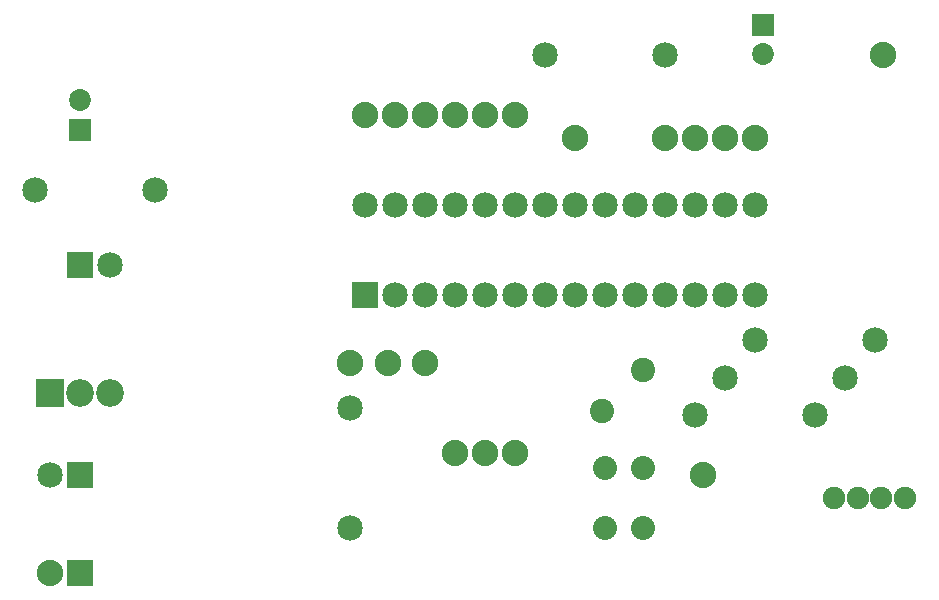
<source format=gbs>
G04 MADE WITH FRITZING*
G04 WWW.FRITZING.ORG*
G04 DOUBLE SIDED*
G04 HOLES PLATED*
G04 CONTOUR ON CENTER OF CONTOUR VECTOR*
%ASAXBY*%
%FSLAX23Y23*%
%MOIN*%
%OFA0B0*%
%SFA1.0B1.0*%
%ADD10C,0.085000*%
%ADD11C,0.088000*%
%ADD12C,0.072992*%
%ADD13C,0.092000*%
%ADD14C,0.080925*%
%ADD15C,0.080866*%
%ADD16C,0.080000*%
%ADD17C,0.075000*%
%ADD18R,0.085000X0.085000*%
%ADD19R,0.088000X0.088000*%
%ADD20R,0.072992X0.072992*%
%ADD21R,0.092000X0.092000*%
%LNMASK0*%
G90*
G70*
G54D10*
X1197Y1072D03*
X1197Y1372D03*
X1297Y1072D03*
X1297Y1372D03*
X1397Y1072D03*
X1397Y1372D03*
X1497Y1072D03*
X1497Y1372D03*
X1597Y1072D03*
X1597Y1372D03*
X1697Y1072D03*
X1697Y1372D03*
X1797Y1072D03*
X1797Y1372D03*
X1897Y1072D03*
X1897Y1372D03*
X1997Y1072D03*
X1997Y1372D03*
X2097Y1072D03*
X2097Y1372D03*
X2197Y1072D03*
X2197Y1372D03*
X2297Y1072D03*
X2297Y1372D03*
X2397Y1072D03*
X2397Y1372D03*
X2497Y1072D03*
X2497Y1372D03*
G54D11*
X247Y147D03*
X147Y147D03*
G54D10*
X247Y472D03*
X147Y472D03*
X247Y1172D03*
X347Y1172D03*
X97Y1422D03*
X497Y1422D03*
G54D12*
X247Y1622D03*
X247Y1721D03*
G54D13*
X147Y747D03*
X247Y747D03*
X347Y747D03*
G54D11*
X2322Y472D03*
X1197Y1672D03*
X1297Y1672D03*
X1697Y547D03*
X1272Y847D03*
X1147Y847D03*
X1597Y547D03*
X1397Y1672D03*
X1497Y547D03*
X1397Y847D03*
X1497Y1672D03*
X2922Y1872D03*
X2497Y1597D03*
X2397Y1597D03*
X2297Y1597D03*
X1597Y1672D03*
X1697Y1672D03*
X1897Y1597D03*
X2197Y1597D03*
G54D10*
X1147Y697D03*
X1147Y297D03*
G54D14*
X2122Y822D03*
G54D15*
X1986Y686D03*
G54D16*
X1997Y297D03*
X1997Y497D03*
X2122Y297D03*
X2122Y497D03*
G54D17*
X2761Y397D03*
X2840Y397D03*
X2918Y397D03*
X2997Y397D03*
G54D10*
X2297Y672D03*
X2697Y672D03*
X2397Y797D03*
X2797Y797D03*
X2497Y922D03*
X2897Y922D03*
X1797Y1872D03*
X2197Y1872D03*
G54D12*
X2522Y1972D03*
X2522Y1874D03*
G54D18*
X1197Y1072D03*
G54D19*
X247Y147D03*
G54D18*
X247Y472D03*
X247Y1172D03*
G54D20*
X247Y1622D03*
G54D21*
X147Y747D03*
G54D20*
X2522Y1972D03*
G04 End of Mask0*
M02*
</source>
